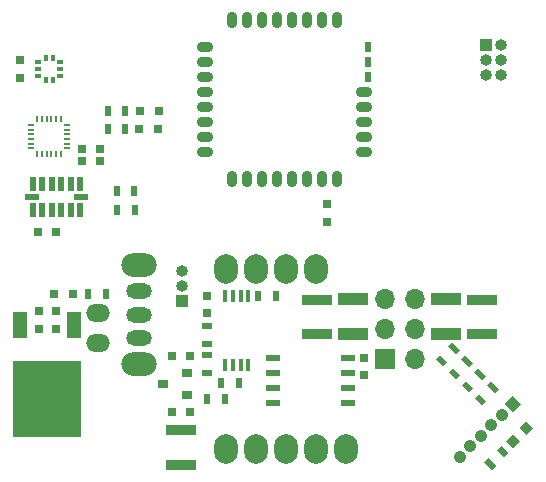
<source format=gts>
G04 #@! TF.FileFunction,Soldermask,Top*
%FSLAX46Y46*%
G04 Gerber Fmt 4.6, Leading zero omitted, Abs format (unit mm)*
G04 Created by KiCad (PCBNEW 4.0.6) date 07/07/17 15:20:00*
%MOMM*%
%LPD*%
G01*
G04 APERTURE LIST*
%ADD10C,0.100000*%
%ADD11R,0.350000X1.000000*%
%ADD12R,0.550000X1.145000*%
%ADD13R,1.145000X0.550000*%
%ADD14R,1.000000X1.000000*%
%ADD15O,1.000000X1.000000*%
%ADD16R,0.800000X0.750000*%
%ADD17R,0.750000X0.800000*%
%ADD18R,2.500000X1.000000*%
%ADD19R,0.800000X0.800000*%
%ADD20R,2.500000X0.900000*%
%ADD21O,2.000000X1.500000*%
%ADD22R,1.700000X1.700000*%
%ADD23O,1.700000X1.700000*%
%ADD24C,1.000000*%
%ADD25R,0.500000X0.900000*%
%ADD26R,0.900000X0.500000*%
%ADD27R,0.900000X0.800000*%
%ADD28O,2.000000X2.500000*%
%ADD29R,1.143000X0.508000*%
%ADD30O,3.000000X2.000000*%
%ADD31O,2.200000X1.300000*%
%ADD32R,1.200000X2.200000*%
%ADD33R,5.800000X6.400000*%
%ADD34O,0.900000X1.400000*%
%ADD35O,1.400000X0.900000*%
%ADD36R,0.600000X0.900000*%
%ADD37R,0.550000X0.200000*%
%ADD38R,0.200000X0.550000*%
%ADD39R,0.550000X0.400000*%
%ADD40R,0.400000X0.550000*%
G04 APERTURE END LIST*
D10*
D11*
X48575000Y-60650000D03*
X49225000Y-60650000D03*
X49875000Y-60650000D03*
X50525000Y-60650000D03*
X50525000Y-54750000D03*
X49875000Y-54750000D03*
X49225000Y-54750000D03*
X48575000Y-54750000D03*
D12*
X34690000Y-45257500D03*
X35490000Y-45257500D03*
X36290000Y-45257500D03*
X33890000Y-45257500D03*
X33090000Y-45257500D03*
X32290000Y-45257500D03*
X35490000Y-47452500D03*
X34690000Y-47452500D03*
X33090000Y-47452500D03*
X33890000Y-47452500D03*
X36290000Y-47452500D03*
X32290000Y-47452500D03*
D13*
X36387500Y-46355000D03*
X32192500Y-46355000D03*
D14*
X44900000Y-55170000D03*
D15*
X44900000Y-53900000D03*
X44900000Y-52630000D03*
D16*
X45550000Y-64600000D03*
X44050000Y-64600000D03*
D17*
X47050000Y-54750000D03*
X47050000Y-56250000D03*
D16*
X45550000Y-59850000D03*
X44050000Y-59850000D03*
D17*
X34200000Y-56050000D03*
X34200000Y-57550000D03*
X32800000Y-56050000D03*
X32800000Y-57550000D03*
D18*
X59400000Y-58025000D03*
X59400000Y-55025000D03*
X67250000Y-58000000D03*
X67250000Y-55000000D03*
D17*
X60350000Y-60000000D03*
X60350000Y-61500000D03*
D10*
G36*
X74065685Y-65368630D02*
X74631370Y-65934315D01*
X74065685Y-66500000D01*
X73500000Y-65934315D01*
X74065685Y-65368630D01*
X74065685Y-65368630D01*
G37*
G36*
X72934315Y-66500000D02*
X73500000Y-67065685D01*
X72934315Y-67631370D01*
X72368630Y-67065685D01*
X72934315Y-66500000D01*
X72934315Y-66500000D01*
G37*
D19*
X34100000Y-54600000D03*
X35700000Y-54600000D03*
D20*
X44850000Y-69050000D03*
X44850000Y-66150000D03*
X56300000Y-55125000D03*
X56300000Y-58025000D03*
X70325000Y-55100000D03*
X70325000Y-58000000D03*
D21*
X37800000Y-56250000D03*
X37800000Y-58750000D03*
D22*
X62060000Y-60100000D03*
D23*
X64600000Y-60100000D03*
X62060000Y-57560000D03*
X64600000Y-57560000D03*
X62060000Y-55020000D03*
X64600000Y-55020000D03*
D10*
G36*
X72186970Y-63905923D02*
X72894077Y-63198816D01*
X73601184Y-63905923D01*
X72894077Y-64613030D01*
X72186970Y-63905923D01*
X72186970Y-63905923D01*
G37*
D24*
X71996051Y-64803949D02*
X71996051Y-64803949D01*
X71098026Y-65701974D02*
X71098026Y-65701974D01*
X70200000Y-66600000D02*
X70200000Y-66600000D01*
X69301975Y-67498025D02*
X69301975Y-67498025D01*
X68403949Y-68396051D02*
X68403949Y-68396051D01*
D25*
X48550000Y-63500000D03*
X47050000Y-63500000D03*
D26*
X47050000Y-61300000D03*
X47050000Y-59800000D03*
D25*
X48200000Y-62100000D03*
X49700000Y-62100000D03*
D26*
X47050000Y-57350000D03*
X47050000Y-58850000D03*
D25*
X51350000Y-54750000D03*
X52850000Y-54750000D03*
D10*
G36*
X71919239Y-67444365D02*
X72555635Y-68080761D01*
X72202081Y-68434315D01*
X71565685Y-67797919D01*
X71919239Y-67444365D01*
X71919239Y-67444365D01*
G37*
G36*
X70858579Y-68505025D02*
X71494975Y-69141421D01*
X71141421Y-69494975D01*
X70505025Y-68858579D01*
X70858579Y-68505025D01*
X70858579Y-68505025D01*
G37*
D25*
X36950000Y-54600000D03*
X38450000Y-54600000D03*
D10*
G36*
X67788909Y-58674695D02*
X68425305Y-59311091D01*
X68071751Y-59664645D01*
X67435355Y-59028249D01*
X67788909Y-58674695D01*
X67788909Y-58674695D01*
G37*
G36*
X66728249Y-59735355D02*
X67364645Y-60371751D01*
X67011091Y-60725305D01*
X66374695Y-60088909D01*
X66728249Y-59735355D01*
X66728249Y-59735355D01*
G37*
G36*
X68888909Y-59774695D02*
X69525305Y-60411091D01*
X69171751Y-60764645D01*
X68535355Y-60128249D01*
X68888909Y-59774695D01*
X68888909Y-59774695D01*
G37*
G36*
X67828249Y-60835355D02*
X68464645Y-61471751D01*
X68111091Y-61825305D01*
X67474695Y-61188909D01*
X67828249Y-60835355D01*
X67828249Y-60835355D01*
G37*
G36*
X69988909Y-60874695D02*
X70625305Y-61511091D01*
X70271751Y-61864645D01*
X69635355Y-61228249D01*
X69988909Y-60874695D01*
X69988909Y-60874695D01*
G37*
G36*
X68928249Y-61935355D02*
X69564645Y-62571751D01*
X69211091Y-62925305D01*
X68574695Y-62288909D01*
X68928249Y-61935355D01*
X68928249Y-61935355D01*
G37*
D27*
X45300000Y-63150000D03*
X45300000Y-61250000D03*
X43300000Y-62200000D03*
D28*
X56240000Y-52480000D03*
X53700000Y-52480000D03*
X51160000Y-52480000D03*
X48620000Y-52480000D03*
X48620000Y-67720000D03*
X51160000Y-67720000D03*
X53700000Y-67720000D03*
X56240000Y-67720000D03*
X58780000Y-67720000D03*
D29*
X58975000Y-59995000D03*
X58975000Y-61265000D03*
X58975000Y-62535000D03*
X58975000Y-63805000D03*
X52625000Y-63805000D03*
X52625000Y-62535000D03*
X52625000Y-61265000D03*
X52625000Y-59995000D03*
D30*
X41250000Y-60550000D03*
X41250000Y-52150000D03*
D31*
X41250000Y-58350000D03*
X41250000Y-56350000D03*
X41250000Y-54350000D03*
D10*
G36*
X71088909Y-61974695D02*
X71725305Y-62611091D01*
X71371751Y-62964645D01*
X70735355Y-62328249D01*
X71088909Y-61974695D01*
X71088909Y-61974695D01*
G37*
G36*
X70028249Y-63035355D02*
X70664645Y-63671751D01*
X70311091Y-64025305D01*
X69674695Y-63388909D01*
X70028249Y-63035355D01*
X70028249Y-63035355D01*
G37*
D32*
X35780000Y-57200000D03*
X31220000Y-57200000D03*
D33*
X33500000Y-63500000D03*
D16*
X36461000Y-42291000D03*
X37961000Y-42291000D03*
X36461000Y-43307000D03*
X37961000Y-43307000D03*
D17*
X57150000Y-46990000D03*
X57150000Y-48490000D03*
D16*
X32714500Y-49339500D03*
X34214500Y-49339500D03*
D17*
X31178500Y-36310000D03*
X31178500Y-34810000D03*
D25*
X40882000Y-45910500D03*
X39382000Y-45910500D03*
X40894000Y-47498000D03*
X39394000Y-47498000D03*
D34*
X58039000Y-31365000D03*
X56769000Y-31365000D03*
X55499000Y-31365000D03*
X54229000Y-31365000D03*
X52959000Y-31365000D03*
X51689000Y-31365000D03*
X50419000Y-31365000D03*
X49149000Y-31365000D03*
D35*
X46859000Y-33655000D03*
X46859000Y-34925000D03*
X46859000Y-36195000D03*
X46859000Y-37465000D03*
X46859000Y-38735000D03*
X46859000Y-40005000D03*
X46859000Y-41275000D03*
X46859000Y-42545000D03*
D34*
X49149000Y-44835000D03*
X50419000Y-44835000D03*
X51689000Y-44835000D03*
X52959000Y-44835000D03*
X54229000Y-44835000D03*
X55499000Y-44835000D03*
X56769000Y-44835000D03*
X58039000Y-44835000D03*
D35*
X60329000Y-42545000D03*
X60329000Y-41275000D03*
X60329000Y-40005000D03*
X60329000Y-38735000D03*
X60329000Y-37465000D03*
D36*
X60694000Y-36195000D03*
X60694000Y-34925000D03*
X60694000Y-33655000D03*
D37*
X32155000Y-40275000D03*
X32155000Y-40675000D03*
X32155000Y-41075000D03*
X32155000Y-41475000D03*
X32155000Y-41875000D03*
X32155000Y-42275000D03*
D38*
X32655000Y-42775000D03*
X33055000Y-42775000D03*
X33455000Y-42775000D03*
X33855000Y-42775000D03*
X34255000Y-42775000D03*
X34655000Y-42775000D03*
D37*
X35155000Y-42275000D03*
X35155000Y-41875000D03*
X35155000Y-41475000D03*
X35155000Y-41075000D03*
X35155000Y-40675000D03*
X35155000Y-40275000D03*
D38*
X34655000Y-39775000D03*
X34255000Y-39775000D03*
X33855000Y-39775000D03*
X33455000Y-39775000D03*
X33055000Y-39775000D03*
X32655000Y-39775000D03*
D39*
X34575000Y-35560000D03*
X34575000Y-34960000D03*
X34575000Y-36160000D03*
X32735000Y-34960000D03*
X32735000Y-35560000D03*
X32735000Y-36160000D03*
D40*
X33955000Y-34640000D03*
X33355000Y-34640000D03*
X33955000Y-36480000D03*
X33355000Y-36480000D03*
D14*
X70612000Y-33528000D03*
D15*
X71882000Y-33528000D03*
X70612000Y-34798000D03*
X71882000Y-34798000D03*
X70612000Y-36068000D03*
X71882000Y-36068000D03*
D19*
X42900500Y-40640000D03*
X41300500Y-40640000D03*
X42926000Y-39116000D03*
X41326000Y-39116000D03*
D25*
X40120000Y-40640000D03*
X38620000Y-40640000D03*
X40120000Y-39116000D03*
X38620000Y-39116000D03*
M02*

</source>
